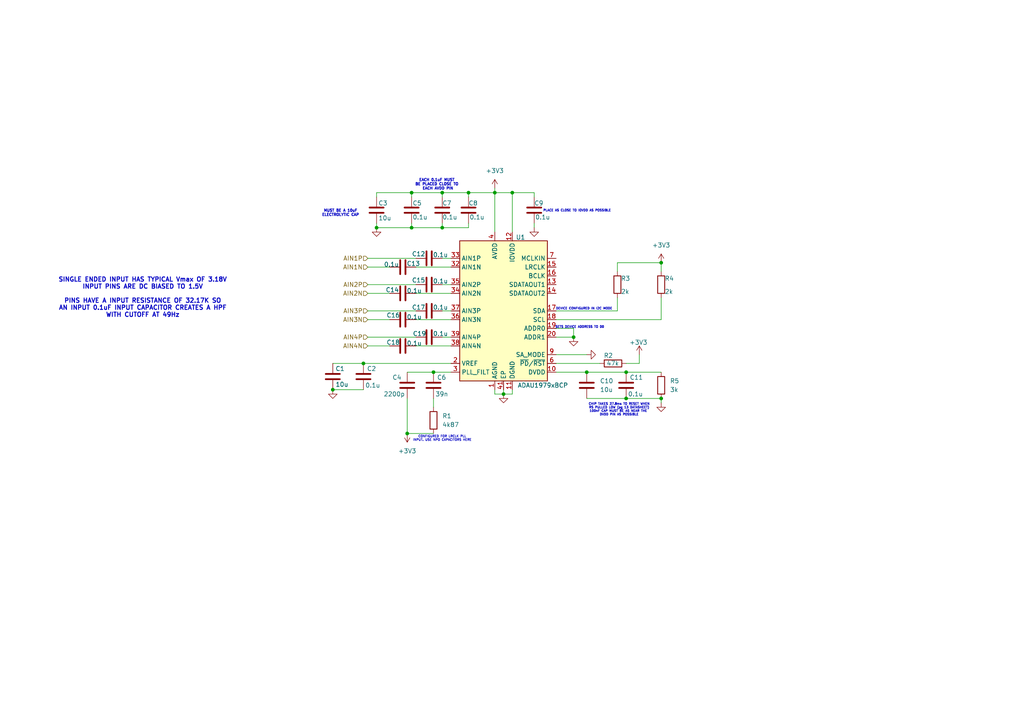
<source format=kicad_sch>
(kicad_sch (version 20231120) (generator "eeschema") (generator_version "8.0")
  (paper "A4")
  (lib_symbols
    (symbol "Audio:ADAU1979xBCP"
      (property "Reference" "U" (at 12.7 25.4 0))
      (property "Value" "ADAU1979xBCP" (at 12.7 22.86 0))
      (symbol "ADAU1979xBCP_0_1"
        (rectangle (start -12.7 20.32) (end 12.7 -20.32) (stroke (width 0.254)) (fill (type background)))
      )
      (symbol "ADAU1979xBCP_1_1"
        (pin power_in line (at -2.54 -22.86 90) (length 2.54) (name "AGND") (number "1"))
        (pin power_out line (at 15.24 -17.78 180) (length 2.54) (name "DVDD") (number "10"))
        (pin power_in line (at 2.54 -22.86 90) (length 2.54) (name "DGND") (number "11"))
        (pin power_in line (at 2.54 22.86 270) (length 2.54) (name "IOVDD") (number "12"))
        (pin output line (at 15.24 7.62 180) (length 2.54) (name "SDATAOUT1") (number "13"))
        (pin output line (at 15.24 5.08 180) (length 2.54) (name "SDATAOUT2") (number "14"))
        (pin bidirectional line (at 15.24 12.7 180) (length 2.54) (name "LRCLK") (number "15"))
        (pin bidirectional line (at 15.24 10.16 180) (length 2.54) (name "BCLK") (number "16"))
        (pin bidirectional line (at 15.24 0 180) (length 2.54) (name "SDA") (number "17"))
        (pin input line (at 15.24 -2.54 180) (length 2.54) (name "SCL") (number "18"))
        (pin input line (at 15.24 -5.08 180) (length 2.54) (name "ADDR0") (number "19"))
        (pin output line (at -15.24 -15.24 0) (length 2.54) (name "VREF") (number "2"))
        (pin input line (at 15.24 -7.62 180) (length 2.54) (name "ADDR1") (number "20"))
        (pin passive line (at -2.54 -22.86 90) (length 2.54) hide (name "AGND") (number "21"))
        (pin passive line (at -2.54 -22.86 90) (length 2.54) hide (name "AGND") (number "22"))
        (pin no_connect line (at -10.16 -20.32 90) (length 2.54) hide (name "NC") (number "23"))
        (pin no_connect line (at -7.62 -20.32 90) (length 2.54) hide (name "NC") (number "24"))
        (pin no_connect line (at -5.08 -20.32 90) (length 2.54) hide (name "NC") (number "25"))
        (pin no_connect line (at 5.08 -20.32 90) (length 2.54) hide (name "NC") (number "26"))
        (pin no_connect line (at 7.62 -20.32 90) (length 2.54) hide (name "NC") (number "27"))
        (pin passive line (at -2.54 -22.86 90) (length 2.54) hide (name "AGND") (number "28"))
        (pin passive line (at -2.54 -22.86 90) (length 2.54) hide (name "AGND") (number "29"))
        (pin output line (at -15.24 -17.78 0) (length 2.54) (name "PLL_FILT") (number "3"))
        (pin no_connect line (at 10.16 -20.32 90) (length 2.54) hide (name "NC") (number "30"))
        (pin passive line (at -2.54 22.86 270) (length 2.54) hide (name "AVDD") (number "31"))
        (pin input line (at -15.24 12.7 0) (length 2.54) (name "AIN1N") (number "32"))
        (pin input line (at -15.24 15.24 0) (length 2.54) (name "AIN1P") (number "33"))
        (pin input line (at -15.24 5.08 0) (length 2.54) (name "AIN2N") (number "34"))
        (pin input line (at -15.24 7.62 0) (length 2.54) (name "AIN2P") (number "35"))
        (pin input line (at -15.24 -2.54 0) (length 2.54) (name "AIN3N") (number "36"))
        (pin input line (at -15.24 0 0) (length 2.54) (name "AIN3P") (number "37"))
        (pin input line (at -15.24 -10.16 0) (length 2.54) (name "AIN4N") (number "38"))
        (pin input line (at -15.24 -7.62 0) (length 2.54) (name "AIN4P") (number "39"))
        (pin power_in line (at -2.54 22.86 270) (length 2.54) (name "AVDD") (number "4"))
        (pin passive line (at -2.54 22.86 270) (length 2.54) hide (name "AVDD") (number "40"))
        (pin power_in line (at 0 -22.86 90) (length 2.54) (name "EP") (number "41"))
        (pin passive line (at -2.54 -22.86 90) (length 2.54) hide (name "AGND") (number "5"))
        (pin input line (at 15.24 -15.24 180) (length 2.54) (name "~{PD}/~{RST}") (number "6"))
        (pin input line (at 15.24 15.24 180) (length 2.54) (name "MCLKIN") (number "7"))
        (pin no_connect line (at 12.7 17.78 180) (length 2.54) hide (name "NC") (number "8"))
        (pin input line (at 15.24 -12.7 180) (length 2.54) (name "SA_MODE") (number "9"))
      )
    )
    (symbol "Device:C" (pin_numbers hide) (pin_names (offset 0.254))
      (property "Reference" "C" (at 0.635 2.54 0))
      (property "Value" "C" (at 0.635 -2.54 0))
      (symbol "C_0_1"
        (polyline (pts (xy -2.032 -0.762) (xy 2.032 -0.762)) (stroke (width 0.508)))
        (polyline (pts (xy -2.032 0.762) (xy 2.032 0.762)) (stroke (width 0.508)))
      )
      (symbol "C_1_1"
        (pin passive line (at 0 3.81 270) (length 2.794) (name "~") (number "1"))
        (pin passive line (at 0 -3.81 90) (length 2.794) (name "~") (number "2"))
      )
    )
    (symbol "Device:R" (pin_numbers hide) (pin_names (offset 0))
      (property "Reference" "R" (at 2.032 0 90))
      (property "Value" "R" (at 0 0 90))
      (symbol "R_0_1"
        (rectangle (start -1.016 -2.54) (end 1.016 2.54) (stroke (width 0.254)))
      )
      (symbol "R_1_1"
        (pin passive line (at 0 3.81 270) (length 1.27) (name "~") (number "1"))
        (pin passive line (at 0 -3.81 90) (length 1.27) (name "~") (number "2"))
      )
    )
    (symbol "power:+3V3" (power) (pin_numbers hide) (pin_names (offset 0) hide)
      (property "Value" "+3V3" (at 0 3.556 0))
      (symbol "+3V3_0_1"
        (polyline (pts (xy -0.762 1.27) (xy 0 2.54)))
        (polyline (pts (xy 0 0) (xy 0 2.54)))
        (polyline (pts (xy 0 2.54) (xy 0.762 1.27)))
      )
      (symbol "+3V3_1_1"
        (pin power_in line (at 0 0 90) (length 0) (name "~") (number "1"))
      )
    )
    (symbol "power:GND" (power) (pin_numbers hide) (pin_names (offset 0) hide)
      (property "Value" "GND" (at 0 -3.81 0))
      (symbol "GND_0_1"
        (polyline (pts (xy 0 0) (xy 0 -1.27) (xy 1.27 -1.27) (xy 0 -2.54) (xy -1.27 -1.27) (xy 0 -1.27)))
      )
      (symbol "GND_1_1"
        (pin power_in line (at 0 0 270) (length 0) (name "~") (number "1"))
      )
    )
  )
  (junction (at 148.59 55.88))
  (junction (at 128.27 66.04))
  (junction (at 146.05 114.3))
  (junction (at 166.37 97.79))
  (junction (at 119.38 55.88))
  (junction (at 109.22 66.04))
  (junction (at 125.73 107.95))
  (junction (at 118.11 125.73))
  (junction (at 119.38 66.04))
  (junction (at 181.61 107.95))
  (junction (at 135.89 55.88))
  (junction (at 96.52 113.03))
  (junction (at 191.77 115.57))
  (junction (at 105.41 105.41))
  (junction (at 143.51 55.88))
  (junction (at 191.77 76.2))
  (junction (at 128.27 55.88))
  (junction (at 181.61 115.57))
  (junction (at 170.18 107.95))
  (wire (pts (xy 106.68 90.17) (xy 120.65 90.17)))
  (wire (pts (xy 143.51 114.3) (xy 143.51 113.03)))
  (wire (pts (xy 118.11 115.57) (xy 118.11 125.73)))
  (wire (pts (xy 125.73 107.95) (xy 130.81 107.95)))
  (wire (pts (xy 128.27 97.79) (xy 130.81 97.79)))
  (wire (pts (xy 119.38 66.04) (xy 119.38 64.77)))
  (wire (pts (xy 179.07 78.74) (xy 179.07 76.2)))
  (wire (pts (xy 161.29 105.41) (xy 173.99 105.41)))
  (wire (pts (xy 109.22 66.04) (xy 119.38 66.04)))
  (wire (pts (xy 96.52 113.03) (xy 105.41 113.03)))
  (wire (pts (xy 128.27 64.77) (xy 128.27 66.04)))
  (wire (pts (xy 161.29 92.71) (xy 191.77 92.71)))
  (wire (pts (xy 179.07 86.36) (xy 179.07 90.17)))
  (wire (pts (xy 185.42 105.41) (xy 185.42 102.87)))
  (wire (pts (xy 109.22 55.88) (xy 109.22 57.15)))
  (wire (pts (xy 106.68 82.55) (xy 120.65 82.55)))
  (wire (pts (xy 119.38 57.15) (xy 119.38 55.88)))
  (wire (pts (xy 106.68 100.33) (xy 113.03 100.33)))
  (wire (pts (xy 109.22 64.77) (xy 109.22 66.04)))
  (wire (pts (xy 161.29 95.25) (xy 166.37 95.25)))
  (wire (pts (xy 135.89 55.88) (xy 143.51 55.88)))
  (wire (pts (xy 143.51 55.88) (xy 143.51 67.31)))
  (wire (pts (xy 118.11 107.95) (xy 125.73 107.95)))
  (wire (pts (xy 120.65 92.71) (xy 130.81 92.71)))
  (wire (pts (xy 118.11 125.73) (xy 125.73 125.73)))
  (wire (pts (xy 146.05 113.03) (xy 146.05 114.3)))
  (wire (pts (xy 191.77 86.36) (xy 191.77 92.71)))
  (wire (pts (xy 106.68 74.93) (xy 120.65 74.93)))
  (wire (pts (xy 154.94 55.88) (xy 148.59 55.88)))
  (wire (pts (xy 161.29 90.17) (xy 179.07 90.17)))
  (wire (pts (xy 120.65 100.33) (xy 130.81 100.33)))
  (wire (pts (xy 128.27 55.88) (xy 128.27 57.15)))
  (wire (pts (xy 128.27 74.93) (xy 130.81 74.93)))
  (wire (pts (xy 166.37 95.25) (xy 166.37 97.79)))
  (wire (pts (xy 120.65 85.09) (xy 130.81 85.09)))
  (wire (pts (xy 146.05 114.3) (xy 143.51 114.3)))
  (wire (pts (xy 181.61 107.95) (xy 191.77 107.95)))
  (wire (pts (xy 106.68 85.09) (xy 113.03 85.09)))
  (wire (pts (xy 106.68 92.71) (xy 113.03 92.71)))
  (wire (pts (xy 128.27 82.55) (xy 130.81 82.55)))
  (wire (pts (xy 125.73 115.57) (xy 125.73 118.11)))
  (wire (pts (xy 170.18 107.95) (xy 181.61 107.95)))
  (wire (pts (xy 191.77 115.57) (xy 191.77 116.84)))
  (wire (pts (xy 120.65 77.47) (xy 130.81 77.47)))
  (wire (pts (xy 148.59 67.31) (xy 148.59 55.88)))
  (wire (pts (xy 161.29 102.87) (xy 170.18 102.87)))
  (wire (pts (xy 161.29 97.79) (xy 166.37 97.79)))
  (wire (pts (xy 148.59 55.88) (xy 143.51 55.88)))
  (wire (pts (xy 96.52 105.41) (xy 105.41 105.41)))
  (wire (pts (xy 181.61 115.57) (xy 191.77 115.57)))
  (wire (pts (xy 181.61 105.41) (xy 185.42 105.41)))
  (wire (pts (xy 128.27 90.17) (xy 130.81 90.17)))
  (wire (pts (xy 170.18 115.57) (xy 181.61 115.57)))
  (wire (pts (xy 154.94 64.77) (xy 154.94 66.04)))
  (wire (pts (xy 179.07 76.2) (xy 191.77 76.2)))
  (wire (pts (xy 135.89 66.04) (xy 128.27 66.04)))
  (wire (pts (xy 135.89 55.88) (xy 135.89 57.15)))
  (wire (pts (xy 143.51 54.61) (xy 143.51 55.88)))
  (wire (pts (xy 154.94 57.15) (xy 154.94 55.88)))
  (wire (pts (xy 148.59 114.3) (xy 146.05 114.3)))
  (wire (pts (xy 105.41 105.41) (xy 130.81 105.41)))
  (wire (pts (xy 106.68 77.47) (xy 113.03 77.47)))
  (wire (pts (xy 128.27 66.04) (xy 119.38 66.04)))
  (wire (pts (xy 135.89 64.77) (xy 135.89 66.04)))
  (wire (pts (xy 191.77 76.2) (xy 191.77 78.74)))
  (wire (pts (xy 119.38 55.88) (xy 109.22 55.88)))
  (wire (pts (xy 106.68 97.79) (xy 120.65 97.79)))
  (wire (pts (xy 148.59 113.03) (xy 148.59 114.3)))
  (wire (pts (xy 119.38 55.88) (xy 128.27 55.88)))
  (wire (pts (xy 161.29 107.95) (xy 170.18 107.95)))
  (wire (pts (xy 128.27 55.88) (xy 135.89 55.88)))
  (text "MUST BE A 10uF \nELECTROLYTIC CAP \n\n" (at 99.06 62.484 0) (effects (font (size 0.762 0.762) (thickness 0.254) (bold yes))))
  (text "DEVICE CONFIGURED IN I2C MODE" (at 169.418 89.662 0) (effects (font (size 0.635 0.635))))
  (text "PLACE AS CLOSE TO IOVDD AS POSSIBLE\n" (at 167.386 61.214 0) (effects (font (size 0.635 0.635))))
  (text "CHIP TAKES 37.8ms TO RESET WHEN\nRS PULLED LOW (pg 13 DATASHEET)\n100nF CAP MUST BE AS NEAR THE \nDVDD PIN AS POSSIBLE\n\n" (at 179.578 119.38 0) (effects (font (size 0.635 0.635))))
  (text "EACH 0.1uF MUST \nBE PLACED CLOSE TO \nEACH AVDD PIN\n" (at 127 53.594 0) (effects (font (size 0.762 0.762) (thickness 0.254) (bold yes))))
  (text "SETS DEVICE ADDRESS TO 00\n" (at 168.148 94.996 0) (effects (font (size 0.635 0.635))))
  (text "CONFIGURED FOR LRCLK PLL\nINPUT. USE NPO CAPACITORS HERE\n\n" (at 128.27 127.762 0) (effects (font (size 0.635 0.635) (thickness 0.127) (bold yes))))
  (text "SINGLE ENDED INPUT HAS TYPICAL Vmax OF 3.18V\nINPUT PINS ARE DC BIASED TO 1.5V\n\nPINS HAVE A INPUT RESISTANCE OF 32.17K SO\nAN INPUT 0.1uF INPUT CAPACITOR CREATES A HPF\nWITH CUTOFF AT 49Hz\n\n" (at 41.402 87.376 0) (effects (font (size 1.27 1.27) (thickness 0.254) (bold yes))))
  (hierarchical_label "AIN2P" (shape input) (at 106.68 82.55 180))
  (hierarchical_label "AIN1N" (shape input) (at 106.68 77.47 180))
  (hierarchical_label "AIN1P" (shape input) (at 106.68 74.93 180))
  (hierarchical_label "AIN4N" (shape input) (at 106.68 100.33 180))
  (hierarchical_label "AIN2N" (shape input) (at 106.68 85.09 180))
  (hierarchical_label "AIN4P" (shape input) (at 106.68 97.79 180))
  (hierarchical_label "AIN3N" (shape input) (at 106.68 92.71 180))
  (hierarchical_label "AIN3P" (shape input) (at 106.68 90.17 180))
  (symbol (lib_id "Device:C") (at 116.84 77.47 90) (unit 1)
    (property "Reference" "C13" (at 119.888 76.454 90))
    (property "Value" "0.1u" (at 113.538 76.708 90))
    (property "Description" "Unpolarized capacitor" (effects (hide yes)))
  )
  (symbol (lib_id "Device:C") (at 124.46 82.55 90) (unit 1)
    (property "Reference" "C15" (at 121.412 81.28 90))
    (property "Value" "0.1u" (at 127.762 81.534 90))
    (property "Description" "Unpolarized capacitor" (effects (hide yes)))
  )
  (symbol (lib_id "Audio:ADAU1979xBCP") (at 146.05 90.17 0) (unit 1)
    (property "Reference" "U1" (at 149.606 68.834 0) (effects (justify left)))
    (property "Value" "ADAU1979xBCP" (at 150.114 111.76 0) (effects (justify left)))
    (property "Footprint" "Package_CSP:LFCSP-40-1EP_6x6mm_P0.5mm_EP3.9x3.9mm" (effects (hide yes)))
    (property "Datasheet" "https://www.analog.com/media/en/technical-documentation/data-sheets/ADAU1979.pdf" (effects (hide yes)))
    (property "Description" "Quad Analog-to-Digital Converter, 4.5Vrms differential inputs, LFCSP-40" (effects (hide yes)))
  )
  (symbol (lib_id "Device:C") (at 124.46 97.79 90) (unit 1)
    (property "Reference" "C19" (at 121.666 96.774 90))
    (property "Value" "0.1u" (at 127.762 96.774 90))
    (property "Description" "Unpolarized capacitor" (effects (hide yes)))
  )
  (symbol (lib_id "power:GND") (at 109.22 66.04 0) (unit 1)
    (property "Reference" "#PWR02" (effects (hide yes)))
    (property "Value" "GND" (effects (hide yes)))
    (property "Description" "Power symbol creates a global label with name \"GND\" , ground" (effects (hide yes)))
  )
  (symbol (lib_id "Device:R") (at 179.07 82.55 0) (unit 1)
    (property "Reference" "R3" (at 180.086 80.772 0) (effects (justify left)))
    (property "Value" "2k" (at 180.086 84.582 0) (effects (justify left)))
    (property "Description" "Resistor" (effects (hide yes)))
  )
  (symbol (lib_id "power:GND") (at 166.37 97.79 0) (unit 1)
    (property "Reference" "#PWR07" (effects (hide yes)))
    (property "Value" "GND" (effects (hide yes)))
    (property "Description" "Power symbol creates a global label with name \"GND\" , ground" (effects (hide yes)))
  )
  (symbol (lib_id "Device:C") (at 170.18 111.76 0) (unit 1)
    (property "Reference" "C10" (at 173.99 110.4899 0) (effects (justify left)))
    (property "Value" "10u" (at 173.99 113.0299 0) (effects (justify left)))
    (property "Description" "Unpolarized capacitor" (effects (hide yes)))
  )
  (symbol (lib_id "Device:R") (at 191.77 111.76 0) (unit 1)
    (property "Reference" "R5" (at 194.31 110.4899 0) (effects (justify left)))
    (property "Value" "3k" (at 194.31 113.0299 0) (effects (justify left)))
    (property "Description" "Resistor" (effects (hide yes)))
  )
  (symbol (lib_id "power:GND") (at 96.52 113.03 0) (unit 1)
    (property "Reference" "#PWR01" (effects (hide yes)))
    (property "Value" "GND" (effects (hide yes)))
    (property "Description" "Power symbol creates a global label with name \"GND\" , ground" (effects (hide yes)))
  )
  (symbol (lib_id "power:GND") (at 154.94 66.04 0) (unit 1)
    (property "Reference" "#PWR06" (effects (hide yes)))
    (property "Value" "GND" (effects (hide yes)))
    (property "Description" "Power symbol creates a global label with name \"GND\" , ground" (effects (hide yes)))
  )
  (symbol (lib_id "Device:C") (at 124.46 74.93 90) (unit 1)
    (property "Reference" "C12" (at 121.412 73.66 90))
    (property "Value" "0.1u" (at 127.762 73.914 90))
    (property "Description" "Unpolarized capacitor" (effects (hide yes)))
  )
  (symbol (lib_id "Device:C") (at 116.84 92.71 90) (unit 1)
    (property "Reference" "C16" (at 114.046 91.44 90))
    (property "Value" "0.1u" (at 120.142 91.948 90))
    (property "Description" "Unpolarized capacitor" (effects (hide yes)))
  )
  (symbol (lib_id "power:GND") (at 146.05 114.3 0) (unit 1)
    (property "Reference" "#PWR05" (effects (hide yes)))
    (property "Value" "GND" (effects (hide yes)))
    (property "Description" "Power symbol creates a global label with name \"GND\" , ground" (effects (hide yes)))
  )
  (symbol (lib_id "Device:C") (at 125.73 111.76 0) (unit 1)
    (property "Reference" "C6" (at 126.746 109.474 0) (effects (justify left)))
    (property "Value" "39n" (at 126.238 114.3 0) (effects (justify left)))
    (property "Description" "Unpolarized capacitor" (effects (hide yes)))
  )
  (symbol (lib_id "Device:C") (at 116.84 85.09 90) (unit 1)
    (property "Reference" "C14" (at 113.792 84.074 90))
    (property "Value" "0.1u" (at 120.142 84.328 90))
    (property "Description" "Unpolarized capacitor" (effects (hide yes)))
  )
  (symbol (lib_id "power:GND") (at 191.77 116.84 0) (unit 1)
    (property "Reference" "#PWR011" (effects (hide yes)))
    (property "Value" "GND" (effects (hide yes)))
    (property "Description" "Power symbol creates a global label with name \"GND\" , ground" (effects (hide yes)))
  )
  (symbol (lib_id "Device:C") (at 119.38 60.96 0) (unit 1)
    (property "Reference" "C5" (at 119.634 58.928 0) (effects (justify left)))
    (property "Value" "0.1u" (at 119.634 62.992 0) (effects (justify left)))
    (property "Description" "Unpolarized capacitor" (effects (hide yes)))
  )
  (symbol (lib_id "Device:C") (at 124.46 90.17 90) (unit 1)
    (property "Reference" "C17" (at 121.412 89.154 90))
    (property "Value" "0.1u" (at 127.762 89.154 90))
    (property "Description" "Unpolarized capacitor" (effects (hide yes)))
  )
  (symbol (lib_id "Device:C") (at 118.11 111.76 0) (unit 1)
    (property "Reference" "C4" (at 113.792 109.474 0) (effects (justify left)))
    (property "Value" "2200p" (at 111.252 114.3 0) (effects (justify left)))
    (property "Description" "Unpolarized capacitor" (effects (hide yes)))
  )
  (symbol (lib_id "power:+3V3") (at 143.51 54.61 0) (unit 1)
    (property "Reference" "#PWR04" (effects (hide yes)))
    (property "Value" "+3V3" (at 143.51 49.53 0))
    (property "Description" "Power symbol creates a global label with name \"+3V3\"" (effects (hide yes)))
  )
  (symbol (lib_id "Device:C") (at 128.27 60.96 0) (unit 1)
    (property "Reference" "C7" (at 128.27 58.928 0) (effects (justify left)))
    (property "Value" "0.1u" (at 128.27 62.992 0) (effects (justify left)))
    (property "Description" "Unpolarized capacitor" (effects (hide yes)))
  )
  (symbol (lib_id "Device:C") (at 105.41 109.22 0) (unit 1)
    (property "Reference" "C2" (at 106.426 106.934 0) (effects (justify left)))
    (property "Value" "0.1u" (at 105.918 111.76 0) (effects (justify left)))
    (property "Description" "Unpolarized capacitor" (effects (hide yes)))
  )
  (symbol (lib_id "Device:R") (at 191.77 82.55 0) (unit 1)
    (property "Reference" "R4" (at 192.786 80.772 0) (effects (justify left)))
    (property "Value" "2k" (at 192.786 84.582 0) (effects (justify left)))
    (property "Description" "Resistor" (effects (hide yes)))
  )
  (symbol (lib_id "power:+3V3") (at 185.42 102.87 0) (unit 1)
    (property "Reference" "#PWR09" (effects (hide yes)))
    (property "Value" "+3V3" (at 185.166 99.314 0))
    (property "Description" "Power symbol creates a global label with name \"+3V3\"" (effects (hide yes)))
  )
  (symbol (lib_id "Device:C") (at 181.61 111.76 0) (unit 1)
    (property "Reference" "C11" (at 182.626 109.474 0) (effects (justify left)))
    (property "Value" "0.1u" (at 182.118 114.3 0) (effects (justify left)))
    (property "Description" "Unpolarized capacitor" (effects (hide yes)))
  )
  (symbol (lib_id "power:+3V3") (at 118.11 125.73 180) (unit 1)
    (property "Reference" "#PWR03" (effects (hide yes)))
    (property "Value" "+3V3" (at 118.11 130.81 0))
    (property "Description" "Power symbol creates a global label with name \"+3V3\"" (effects (hide yes)))
  )
  (symbol (lib_id "Device:R") (at 177.8 105.41 90) (unit 1)
    (property "Reference" "R2" (at 177.8 103.124 90) (effects (justify left)))
    (property "Value" "47k" (at 179.578 105.41 90) (effects (justify left)))
    (property "Description" "Resistor" (effects (hide yes)))
  )
  (symbol (lib_id "power:GND") (at 170.18 102.87 90) (unit 1)
    (property "Reference" "#PWR08" (effects (hide yes)))
    (property "Value" "GND" (effects (hide yes)))
    (property "Description" "Power symbol creates a global label with name \"GND\" , ground" (effects (hide yes)))
  )
  (symbol (lib_id "Device:C") (at 116.84 100.33 90) (unit 1)
    (property "Reference" "C18" (at 114.046 99.314 90))
    (property "Value" "0.1u" (at 120.142 99.568 90))
    (property "Description" "Unpolarized capacitor" (effects (hide yes)))
  )
  (symbol (lib_id "Device:C") (at 135.89 60.96 0) (unit 1)
    (property "Reference" "C8" (at 135.89 58.928 0) (effects (justify left)))
    (property "Value" "0.1u" (at 136.144 62.992 0) (effects (justify left)))
    (property "Description" "Unpolarized capacitor" (effects (hide yes)))
  )
  (symbol (lib_id "power:+3V3") (at 191.77 76.2 0) (unit 1)
    (property "Reference" "#PWR010" (effects (hide yes)))
    (property "Value" "+3V3" (at 191.77 71.12 0))
    (property "Description" "Power symbol creates a global label with name \"+3V3\"" (effects (hide yes)))
  )
  (symbol (lib_id "Device:C") (at 154.94 60.96 0) (unit 1)
    (property "Reference" "C9" (at 154.94 58.928 0) (effects (justify left)))
    (property "Value" "0.1u" (at 155.194 62.992 0) (effects (justify left)))
    (property "Description" "Unpolarized capacitor" (effects (hide yes)))
  )
  (symbol (lib_id "Device:R") (at 125.73 121.92 0) (unit 1)
    (property "Reference" "R1" (at 128.27 120.6499 0) (effects (justify left)))
    (property "Value" "4k87" (at 128.27 123.1899 0) (effects (justify left)))
    (property "Description" "Resistor" (effects (hide yes)))
  )
  (symbol (lib_id "Device:C") (at 109.22 60.96 0) (unit 1)
    (property "Reference" "C3" (at 109.728 58.928 0) (effects (justify left)))
    (property "Value" "10u" (at 109.728 63.246 0) (effects (justify left)))
    (property "Description" "Unpolarized capacitor" (effects (hide yes)))
  )
  (symbol (lib_id "Device:C") (at 96.52 109.22 0) (unit 1)
    (property "Reference" "C1" (at 97.282 106.934 0) (effects (justify left)))
    (property "Value" "10u" (at 97.282 111.506 0) (effects (justify left)))
    (property "Description" "Unpolarized capacitor" (effects (hide yes)))
  )
)
</source>
